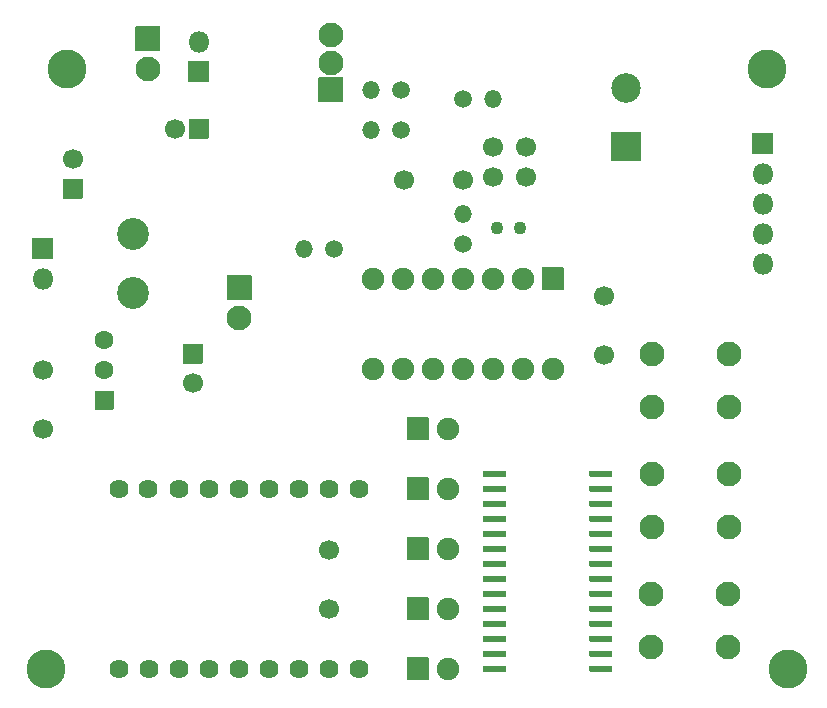
<source format=gbs>
G04 #@! TF.GenerationSoftware,KiCad,Pcbnew,(5.1.9)-1*
G04 #@! TF.CreationDate,2021-05-29T13:59:19+09:00*
G04 #@! TF.ProjectId,green_pomp4,67726565-6e5f-4706-9f6d-70342e6b6963,rev?*
G04 #@! TF.SameCoordinates,Original*
G04 #@! TF.FileFunction,Soldermask,Bot*
G04 #@! TF.FilePolarity,Negative*
%FSLAX46Y46*%
G04 Gerber Fmt 4.6, Leading zero omitted, Abs format (unit mm)*
G04 Created by KiCad (PCBNEW (5.1.9)-1) date 2021-05-29 13:59:19*
%MOMM*%
%LPD*%
G01*
G04 APERTURE LIST*
%ADD10C,1.500000*%
%ADD11O,1.500000X1.500000*%
%ADD12C,1.900000*%
%ADD13C,2.700000*%
%ADD14C,2.500000*%
%ADD15C,3.300000*%
%ADD16C,2.100000*%
%ADD17C,1.700000*%
%ADD18O,1.800000X1.800000*%
%ADD19C,1.624000*%
%ADD20C,1.100000*%
%ADD21C,1.600000*%
G04 APERTURE END LIST*
D10*
G04 #@! TO.C,R4*
X69850000Y-38100000D03*
D11*
X72390000Y-38100000D03*
G04 #@! TD*
G04 #@! TO.C,U4*
G36*
G01*
X76570000Y-52390000D02*
X78370000Y-52390000D01*
G75*
G02*
X78420000Y-52440000I0J-50000D01*
G01*
X78420000Y-54240000D01*
G75*
G02*
X78370000Y-54290000I-50000J0D01*
G01*
X76570000Y-54290000D01*
G75*
G02*
X76520000Y-54240000I0J50000D01*
G01*
X76520000Y-52440000D01*
G75*
G02*
X76570000Y-52390000I50000J0D01*
G01*
G37*
D12*
X74930000Y-53340000D03*
X72390000Y-53340000D03*
X69850000Y-53340000D03*
X67310000Y-53340000D03*
X64770000Y-53340000D03*
X62230000Y-53340000D03*
X62230000Y-60960000D03*
X64770000Y-60960000D03*
X67310000Y-60960000D03*
X69850000Y-60960000D03*
X72390000Y-60960000D03*
X74930000Y-60960000D03*
X77470000Y-60960000D03*
G04 #@! TD*
D13*
G04 #@! TO.C,L1*
X41910000Y-49530000D03*
X41910000Y-54530000D03*
G04 #@! TD*
D14*
G04 #@! TO.C,C7*
X83693000Y-37164000D03*
G36*
G01*
X84893000Y-43414000D02*
X82493000Y-43414000D01*
G75*
G02*
X82443000Y-43364000I0J50000D01*
G01*
X82443000Y-40964000D01*
G75*
G02*
X82493000Y-40914000I50000J0D01*
G01*
X84893000Y-40914000D01*
G75*
G02*
X84943000Y-40964000I0J-50000D01*
G01*
X84943000Y-43364000D01*
G75*
G02*
X84893000Y-43414000I-50000J0D01*
G01*
G37*
G04 #@! TD*
D15*
G04 #@! TO.C,M3 hole*
X95631000Y-35560000D03*
G04 #@! TD*
G04 #@! TO.C,M3 hole*
X36322000Y-35560000D03*
G04 #@! TD*
G04 #@! TO.C,M3 hole*
X34607500Y-86423500D03*
G04 #@! TD*
G04 #@! TO.C,M3 hole*
X97409000Y-86423500D03*
G04 #@! TD*
G04 #@! TO.C,D2*
G36*
G01*
X49927000Y-53052000D02*
X51927000Y-53052000D01*
G75*
G02*
X51977000Y-53102000I0J-50000D01*
G01*
X51977000Y-55102000D01*
G75*
G02*
X51927000Y-55152000I-50000J0D01*
G01*
X49927000Y-55152000D01*
G75*
G02*
X49877000Y-55102000I0J50000D01*
G01*
X49877000Y-53102000D01*
G75*
G02*
X49927000Y-53052000I50000J0D01*
G01*
G37*
D16*
X50927000Y-56642000D03*
G04 #@! TD*
G04 #@! TO.C,Q1*
G36*
G01*
X59724000Y-36338000D02*
X59724000Y-38338000D01*
G75*
G02*
X59674000Y-38388000I-50000J0D01*
G01*
X57674000Y-38388000D01*
G75*
G02*
X57624000Y-38338000I0J50000D01*
G01*
X57624000Y-36338000D01*
G75*
G02*
X57674000Y-36288000I50000J0D01*
G01*
X59674000Y-36288000D01*
G75*
G02*
X59724000Y-36338000I0J-50000D01*
G01*
G37*
X58674000Y-35038000D03*
X58674000Y-32738000D03*
G04 #@! TD*
G04 #@! TO.C,C1*
G36*
G01*
X48348000Y-39840000D02*
X48348000Y-41440000D01*
G75*
G02*
X48298000Y-41490000I-50000J0D01*
G01*
X46698000Y-41490000D01*
G75*
G02*
X46648000Y-41440000I0J50000D01*
G01*
X46648000Y-39840000D01*
G75*
G02*
X46698000Y-39790000I50000J0D01*
G01*
X48298000Y-39790000D01*
G75*
G02*
X48348000Y-39840000I0J-50000D01*
G01*
G37*
D17*
X45498000Y-40640000D03*
G04 #@! TD*
G04 #@! TO.C,C2*
G36*
G01*
X37630000Y-46570000D02*
X36030000Y-46570000D01*
G75*
G02*
X35980000Y-46520000I0J50000D01*
G01*
X35980000Y-44920000D01*
G75*
G02*
X36030000Y-44870000I50000J0D01*
G01*
X37630000Y-44870000D01*
G75*
G02*
X37680000Y-44920000I0J-50000D01*
G01*
X37680000Y-46520000D01*
G75*
G02*
X37630000Y-46570000I-50000J0D01*
G01*
G37*
X36830000Y-43220000D03*
G04 #@! TD*
G04 #@! TO.C,C5*
X34290000Y-61040000D03*
X34290000Y-66040000D03*
G04 #@! TD*
G04 #@! TO.C,C6*
G36*
G01*
X46190000Y-58840000D02*
X47790000Y-58840000D01*
G75*
G02*
X47840000Y-58890000I0J-50000D01*
G01*
X47840000Y-60490000D01*
G75*
G02*
X47790000Y-60540000I-50000J0D01*
G01*
X46190000Y-60540000D01*
G75*
G02*
X46140000Y-60490000I0J50000D01*
G01*
X46140000Y-58890000D01*
G75*
G02*
X46190000Y-58840000I50000J0D01*
G01*
G37*
X46990000Y-62190000D03*
G04 #@! TD*
G04 #@! TO.C,C8*
X58547000Y-76327000D03*
X58547000Y-81327000D03*
G04 #@! TD*
G04 #@! TO.C,C9*
X81788000Y-54817000D03*
X81788000Y-59817000D03*
G04 #@! TD*
G04 #@! TO.C,C10*
X69850000Y-44958000D03*
X64850000Y-44958000D03*
G04 #@! TD*
G04 #@! TO.C,D1*
G36*
G01*
X42180000Y-31970000D02*
X44180000Y-31970000D01*
G75*
G02*
X44230000Y-32020000I0J-50000D01*
G01*
X44230000Y-34020000D01*
G75*
G02*
X44180000Y-34070000I-50000J0D01*
G01*
X42180000Y-34070000D01*
G75*
G02*
X42130000Y-34020000I0J50000D01*
G01*
X42130000Y-32020000D01*
G75*
G02*
X42180000Y-31970000I50000J0D01*
G01*
G37*
D16*
X43180000Y-35560000D03*
G04 #@! TD*
G04 #@! TO.C,J1*
G36*
G01*
X33440000Y-49900000D02*
X35140000Y-49900000D01*
G75*
G02*
X35190000Y-49950000I0J-50000D01*
G01*
X35190000Y-51650000D01*
G75*
G02*
X35140000Y-51700000I-50000J0D01*
G01*
X33440000Y-51700000D01*
G75*
G02*
X33390000Y-51650000I0J50000D01*
G01*
X33390000Y-49950000D01*
G75*
G02*
X33440000Y-49900000I50000J0D01*
G01*
G37*
D18*
X34290000Y-53340000D03*
G04 #@! TD*
G04 #@! TO.C,J2*
G36*
G01*
X48398000Y-34964000D02*
X48398000Y-36664000D01*
G75*
G02*
X48348000Y-36714000I-50000J0D01*
G01*
X46648000Y-36714000D01*
G75*
G02*
X46598000Y-36664000I0J50000D01*
G01*
X46598000Y-34964000D01*
G75*
G02*
X46648000Y-34914000I50000J0D01*
G01*
X48348000Y-34914000D01*
G75*
G02*
X48398000Y-34964000I0J-50000D01*
G01*
G37*
X47498000Y-33274000D03*
G04 #@! TD*
G04 #@! TO.C,J3*
G36*
G01*
X94350000Y-42760000D02*
X94350000Y-41060000D01*
G75*
G02*
X94400000Y-41010000I50000J0D01*
G01*
X96100000Y-41010000D01*
G75*
G02*
X96150000Y-41060000I0J-50000D01*
G01*
X96150000Y-42760000D01*
G75*
G02*
X96100000Y-42810000I-50000J0D01*
G01*
X94400000Y-42810000D01*
G75*
G02*
X94350000Y-42760000I0J50000D01*
G01*
G37*
X95250000Y-44450000D03*
X95250000Y-46990000D03*
X95250000Y-49530000D03*
X95250000Y-52070000D03*
G04 #@! TD*
G04 #@! TO.C,LED1*
G36*
G01*
X65090000Y-66940000D02*
X65090000Y-65140000D01*
G75*
G02*
X65140000Y-65090000I50000J0D01*
G01*
X66940000Y-65090000D01*
G75*
G02*
X66990000Y-65140000I0J-50000D01*
G01*
X66990000Y-66940000D01*
G75*
G02*
X66940000Y-66990000I-50000J0D01*
G01*
X65140000Y-66990000D01*
G75*
G02*
X65090000Y-66940000I0J50000D01*
G01*
G37*
D12*
X68580000Y-66040000D03*
G04 #@! TD*
G04 #@! TO.C,LED2*
G36*
G01*
X65090000Y-72020000D02*
X65090000Y-70220000D01*
G75*
G02*
X65140000Y-70170000I50000J0D01*
G01*
X66940000Y-70170000D01*
G75*
G02*
X66990000Y-70220000I0J-50000D01*
G01*
X66990000Y-72020000D01*
G75*
G02*
X66940000Y-72070000I-50000J0D01*
G01*
X65140000Y-72070000D01*
G75*
G02*
X65090000Y-72020000I0J50000D01*
G01*
G37*
X68580000Y-71120000D03*
G04 #@! TD*
G04 #@! TO.C,LED3*
X68580000Y-76200000D03*
G36*
G01*
X65090000Y-77100000D02*
X65090000Y-75300000D01*
G75*
G02*
X65140000Y-75250000I50000J0D01*
G01*
X66940000Y-75250000D01*
G75*
G02*
X66990000Y-75300000I0J-50000D01*
G01*
X66990000Y-77100000D01*
G75*
G02*
X66940000Y-77150000I-50000J0D01*
G01*
X65140000Y-77150000D01*
G75*
G02*
X65090000Y-77100000I0J50000D01*
G01*
G37*
G04 #@! TD*
G04 #@! TO.C,LED4*
X68580000Y-81280000D03*
G36*
G01*
X65090000Y-82180000D02*
X65090000Y-80380000D01*
G75*
G02*
X65140000Y-80330000I50000J0D01*
G01*
X66940000Y-80330000D01*
G75*
G02*
X66990000Y-80380000I0J-50000D01*
G01*
X66990000Y-82180000D01*
G75*
G02*
X66940000Y-82230000I-50000J0D01*
G01*
X65140000Y-82230000D01*
G75*
G02*
X65090000Y-82180000I0J50000D01*
G01*
G37*
G04 #@! TD*
G04 #@! TO.C,LED5*
G36*
G01*
X65090000Y-87260000D02*
X65090000Y-85460000D01*
G75*
G02*
X65140000Y-85410000I50000J0D01*
G01*
X66940000Y-85410000D01*
G75*
G02*
X66990000Y-85460000I0J-50000D01*
G01*
X66990000Y-87260000D01*
G75*
G02*
X66940000Y-87310000I-50000J0D01*
G01*
X65140000Y-87310000D01*
G75*
G02*
X65090000Y-87260000I0J50000D01*
G01*
G37*
X68580000Y-86360000D03*
G04 #@! TD*
D11*
G04 #@! TO.C,R1*
X62103000Y-37338000D03*
D10*
X64643000Y-37338000D03*
G04 #@! TD*
G04 #@! TO.C,R2*
X64643000Y-40767000D03*
D11*
X62103000Y-40767000D03*
G04 #@! TD*
G04 #@! TO.C,R5*
X56388000Y-50800000D03*
D10*
X58928000Y-50800000D03*
G04 #@! TD*
G04 #@! TO.C,R6*
X69850000Y-50419000D03*
D11*
X69850000Y-47879000D03*
G04 #@! TD*
D16*
G04 #@! TO.C,SW1*
X85915500Y-64190000D03*
X85915500Y-59690000D03*
X92415500Y-64190000D03*
X92415500Y-59690000D03*
G04 #@! TD*
G04 #@! TO.C,SW2*
X92415500Y-69850000D03*
X92415500Y-74350000D03*
X85915500Y-69850000D03*
X85915500Y-74350000D03*
G04 #@! TD*
G04 #@! TO.C,SW3*
X85788500Y-84510000D03*
X85788500Y-80010000D03*
X92288500Y-84510000D03*
X92288500Y-80010000D03*
G04 #@! TD*
D19*
G04 #@! TO.C,U1*
X50927000Y-71120000D03*
X48387000Y-71120000D03*
X45847000Y-71120000D03*
X43180000Y-71120000D03*
X40767000Y-71120000D03*
X53467000Y-71120000D03*
X56007000Y-71120000D03*
X58547000Y-71120000D03*
X61087000Y-71120000D03*
X50927000Y-86360000D03*
X48387000Y-86360000D03*
X45847000Y-86360000D03*
X43307000Y-86360000D03*
X40767000Y-86360000D03*
X53467000Y-86360000D03*
X56007000Y-86360000D03*
X58547000Y-86360000D03*
X61087000Y-86360000D03*
G04 #@! TD*
G04 #@! TO.C,U3*
G36*
G01*
X82519000Y-69650000D02*
X82519000Y-70050000D01*
G75*
G02*
X82469000Y-70100000I-50000J0D01*
G01*
X80599000Y-70100000D01*
G75*
G02*
X80549000Y-70050000I0J50000D01*
G01*
X80549000Y-69650000D01*
G75*
G02*
X80599000Y-69600000I50000J0D01*
G01*
X82469000Y-69600000D01*
G75*
G02*
X82519000Y-69650000I0J-50000D01*
G01*
G37*
G36*
G01*
X82519000Y-70920000D02*
X82519000Y-71320000D01*
G75*
G02*
X82469000Y-71370000I-50000J0D01*
G01*
X80599000Y-71370000D01*
G75*
G02*
X80549000Y-71320000I0J50000D01*
G01*
X80549000Y-70920000D01*
G75*
G02*
X80599000Y-70870000I50000J0D01*
G01*
X82469000Y-70870000D01*
G75*
G02*
X82519000Y-70920000I0J-50000D01*
G01*
G37*
G36*
G01*
X82519000Y-72190000D02*
X82519000Y-72590000D01*
G75*
G02*
X82469000Y-72640000I-50000J0D01*
G01*
X80599000Y-72640000D01*
G75*
G02*
X80549000Y-72590000I0J50000D01*
G01*
X80549000Y-72190000D01*
G75*
G02*
X80599000Y-72140000I50000J0D01*
G01*
X82469000Y-72140000D01*
G75*
G02*
X82519000Y-72190000I0J-50000D01*
G01*
G37*
G36*
G01*
X82519000Y-73460000D02*
X82519000Y-73860000D01*
G75*
G02*
X82469000Y-73910000I-50000J0D01*
G01*
X80599000Y-73910000D01*
G75*
G02*
X80549000Y-73860000I0J50000D01*
G01*
X80549000Y-73460000D01*
G75*
G02*
X80599000Y-73410000I50000J0D01*
G01*
X82469000Y-73410000D01*
G75*
G02*
X82519000Y-73460000I0J-50000D01*
G01*
G37*
G36*
G01*
X82519000Y-74730000D02*
X82519000Y-75130000D01*
G75*
G02*
X82469000Y-75180000I-50000J0D01*
G01*
X80599000Y-75180000D01*
G75*
G02*
X80549000Y-75130000I0J50000D01*
G01*
X80549000Y-74730000D01*
G75*
G02*
X80599000Y-74680000I50000J0D01*
G01*
X82469000Y-74680000D01*
G75*
G02*
X82519000Y-74730000I0J-50000D01*
G01*
G37*
G36*
G01*
X82519000Y-76000000D02*
X82519000Y-76400000D01*
G75*
G02*
X82469000Y-76450000I-50000J0D01*
G01*
X80599000Y-76450000D01*
G75*
G02*
X80549000Y-76400000I0J50000D01*
G01*
X80549000Y-76000000D01*
G75*
G02*
X80599000Y-75950000I50000J0D01*
G01*
X82469000Y-75950000D01*
G75*
G02*
X82519000Y-76000000I0J-50000D01*
G01*
G37*
G36*
G01*
X82519000Y-77270000D02*
X82519000Y-77670000D01*
G75*
G02*
X82469000Y-77720000I-50000J0D01*
G01*
X80599000Y-77720000D01*
G75*
G02*
X80549000Y-77670000I0J50000D01*
G01*
X80549000Y-77270000D01*
G75*
G02*
X80599000Y-77220000I50000J0D01*
G01*
X82469000Y-77220000D01*
G75*
G02*
X82519000Y-77270000I0J-50000D01*
G01*
G37*
G36*
G01*
X82519000Y-78540000D02*
X82519000Y-78940000D01*
G75*
G02*
X82469000Y-78990000I-50000J0D01*
G01*
X80599000Y-78990000D01*
G75*
G02*
X80549000Y-78940000I0J50000D01*
G01*
X80549000Y-78540000D01*
G75*
G02*
X80599000Y-78490000I50000J0D01*
G01*
X82469000Y-78490000D01*
G75*
G02*
X82519000Y-78540000I0J-50000D01*
G01*
G37*
G36*
G01*
X82519000Y-79810000D02*
X82519000Y-80210000D01*
G75*
G02*
X82469000Y-80260000I-50000J0D01*
G01*
X80599000Y-80260000D01*
G75*
G02*
X80549000Y-80210000I0J50000D01*
G01*
X80549000Y-79810000D01*
G75*
G02*
X80599000Y-79760000I50000J0D01*
G01*
X82469000Y-79760000D01*
G75*
G02*
X82519000Y-79810000I0J-50000D01*
G01*
G37*
G36*
G01*
X82519000Y-81080000D02*
X82519000Y-81480000D01*
G75*
G02*
X82469000Y-81530000I-50000J0D01*
G01*
X80599000Y-81530000D01*
G75*
G02*
X80549000Y-81480000I0J50000D01*
G01*
X80549000Y-81080000D01*
G75*
G02*
X80599000Y-81030000I50000J0D01*
G01*
X82469000Y-81030000D01*
G75*
G02*
X82519000Y-81080000I0J-50000D01*
G01*
G37*
G36*
G01*
X82519000Y-82350000D02*
X82519000Y-82750000D01*
G75*
G02*
X82469000Y-82800000I-50000J0D01*
G01*
X80599000Y-82800000D01*
G75*
G02*
X80549000Y-82750000I0J50000D01*
G01*
X80549000Y-82350000D01*
G75*
G02*
X80599000Y-82300000I50000J0D01*
G01*
X82469000Y-82300000D01*
G75*
G02*
X82519000Y-82350000I0J-50000D01*
G01*
G37*
G36*
G01*
X82519000Y-83620000D02*
X82519000Y-84020000D01*
G75*
G02*
X82469000Y-84070000I-50000J0D01*
G01*
X80599000Y-84070000D01*
G75*
G02*
X80549000Y-84020000I0J50000D01*
G01*
X80549000Y-83620000D01*
G75*
G02*
X80599000Y-83570000I50000J0D01*
G01*
X82469000Y-83570000D01*
G75*
G02*
X82519000Y-83620000I0J-50000D01*
G01*
G37*
G36*
G01*
X82519000Y-84890000D02*
X82519000Y-85290000D01*
G75*
G02*
X82469000Y-85340000I-50000J0D01*
G01*
X80599000Y-85340000D01*
G75*
G02*
X80549000Y-85290000I0J50000D01*
G01*
X80549000Y-84890000D01*
G75*
G02*
X80599000Y-84840000I50000J0D01*
G01*
X82469000Y-84840000D01*
G75*
G02*
X82519000Y-84890000I0J-50000D01*
G01*
G37*
G36*
G01*
X82519000Y-86160000D02*
X82519000Y-86560000D01*
G75*
G02*
X82469000Y-86610000I-50000J0D01*
G01*
X80599000Y-86610000D01*
G75*
G02*
X80549000Y-86560000I0J50000D01*
G01*
X80549000Y-86160000D01*
G75*
G02*
X80599000Y-86110000I50000J0D01*
G01*
X82469000Y-86110000D01*
G75*
G02*
X82519000Y-86160000I0J-50000D01*
G01*
G37*
G36*
G01*
X73519000Y-86160000D02*
X73519000Y-86560000D01*
G75*
G02*
X73469000Y-86610000I-50000J0D01*
G01*
X71599000Y-86610000D01*
G75*
G02*
X71549000Y-86560000I0J50000D01*
G01*
X71549000Y-86160000D01*
G75*
G02*
X71599000Y-86110000I50000J0D01*
G01*
X73469000Y-86110000D01*
G75*
G02*
X73519000Y-86160000I0J-50000D01*
G01*
G37*
G36*
G01*
X73519000Y-84890000D02*
X73519000Y-85290000D01*
G75*
G02*
X73469000Y-85340000I-50000J0D01*
G01*
X71599000Y-85340000D01*
G75*
G02*
X71549000Y-85290000I0J50000D01*
G01*
X71549000Y-84890000D01*
G75*
G02*
X71599000Y-84840000I50000J0D01*
G01*
X73469000Y-84840000D01*
G75*
G02*
X73519000Y-84890000I0J-50000D01*
G01*
G37*
G36*
G01*
X73519000Y-83620000D02*
X73519000Y-84020000D01*
G75*
G02*
X73469000Y-84070000I-50000J0D01*
G01*
X71599000Y-84070000D01*
G75*
G02*
X71549000Y-84020000I0J50000D01*
G01*
X71549000Y-83620000D01*
G75*
G02*
X71599000Y-83570000I50000J0D01*
G01*
X73469000Y-83570000D01*
G75*
G02*
X73519000Y-83620000I0J-50000D01*
G01*
G37*
G36*
G01*
X73519000Y-82350000D02*
X73519000Y-82750000D01*
G75*
G02*
X73469000Y-82800000I-50000J0D01*
G01*
X71599000Y-82800000D01*
G75*
G02*
X71549000Y-82750000I0J50000D01*
G01*
X71549000Y-82350000D01*
G75*
G02*
X71599000Y-82300000I50000J0D01*
G01*
X73469000Y-82300000D01*
G75*
G02*
X73519000Y-82350000I0J-50000D01*
G01*
G37*
G36*
G01*
X73519000Y-81080000D02*
X73519000Y-81480000D01*
G75*
G02*
X73469000Y-81530000I-50000J0D01*
G01*
X71599000Y-81530000D01*
G75*
G02*
X71549000Y-81480000I0J50000D01*
G01*
X71549000Y-81080000D01*
G75*
G02*
X71599000Y-81030000I50000J0D01*
G01*
X73469000Y-81030000D01*
G75*
G02*
X73519000Y-81080000I0J-50000D01*
G01*
G37*
G36*
G01*
X73519000Y-79810000D02*
X73519000Y-80210000D01*
G75*
G02*
X73469000Y-80260000I-50000J0D01*
G01*
X71599000Y-80260000D01*
G75*
G02*
X71549000Y-80210000I0J50000D01*
G01*
X71549000Y-79810000D01*
G75*
G02*
X71599000Y-79760000I50000J0D01*
G01*
X73469000Y-79760000D01*
G75*
G02*
X73519000Y-79810000I0J-50000D01*
G01*
G37*
G36*
G01*
X73519000Y-78540000D02*
X73519000Y-78940000D01*
G75*
G02*
X73469000Y-78990000I-50000J0D01*
G01*
X71599000Y-78990000D01*
G75*
G02*
X71549000Y-78940000I0J50000D01*
G01*
X71549000Y-78540000D01*
G75*
G02*
X71599000Y-78490000I50000J0D01*
G01*
X73469000Y-78490000D01*
G75*
G02*
X73519000Y-78540000I0J-50000D01*
G01*
G37*
G36*
G01*
X73519000Y-77270000D02*
X73519000Y-77670000D01*
G75*
G02*
X73469000Y-77720000I-50000J0D01*
G01*
X71599000Y-77720000D01*
G75*
G02*
X71549000Y-77670000I0J50000D01*
G01*
X71549000Y-77270000D01*
G75*
G02*
X71599000Y-77220000I50000J0D01*
G01*
X73469000Y-77220000D01*
G75*
G02*
X73519000Y-77270000I0J-50000D01*
G01*
G37*
G36*
G01*
X73519000Y-76000000D02*
X73519000Y-76400000D01*
G75*
G02*
X73469000Y-76450000I-50000J0D01*
G01*
X71599000Y-76450000D01*
G75*
G02*
X71549000Y-76400000I0J50000D01*
G01*
X71549000Y-76000000D01*
G75*
G02*
X71599000Y-75950000I50000J0D01*
G01*
X73469000Y-75950000D01*
G75*
G02*
X73519000Y-76000000I0J-50000D01*
G01*
G37*
G36*
G01*
X73519000Y-74730000D02*
X73519000Y-75130000D01*
G75*
G02*
X73469000Y-75180000I-50000J0D01*
G01*
X71599000Y-75180000D01*
G75*
G02*
X71549000Y-75130000I0J50000D01*
G01*
X71549000Y-74730000D01*
G75*
G02*
X71599000Y-74680000I50000J0D01*
G01*
X73469000Y-74680000D01*
G75*
G02*
X73519000Y-74730000I0J-50000D01*
G01*
G37*
G36*
G01*
X73519000Y-73460000D02*
X73519000Y-73860000D01*
G75*
G02*
X73469000Y-73910000I-50000J0D01*
G01*
X71599000Y-73910000D01*
G75*
G02*
X71549000Y-73860000I0J50000D01*
G01*
X71549000Y-73460000D01*
G75*
G02*
X71599000Y-73410000I50000J0D01*
G01*
X73469000Y-73410000D01*
G75*
G02*
X73519000Y-73460000I0J-50000D01*
G01*
G37*
G36*
G01*
X73519000Y-72190000D02*
X73519000Y-72590000D01*
G75*
G02*
X73469000Y-72640000I-50000J0D01*
G01*
X71599000Y-72640000D01*
G75*
G02*
X71549000Y-72590000I0J50000D01*
G01*
X71549000Y-72190000D01*
G75*
G02*
X71599000Y-72140000I50000J0D01*
G01*
X73469000Y-72140000D01*
G75*
G02*
X73519000Y-72190000I0J-50000D01*
G01*
G37*
G36*
G01*
X73519000Y-70920000D02*
X73519000Y-71320000D01*
G75*
G02*
X73469000Y-71370000I-50000J0D01*
G01*
X71599000Y-71370000D01*
G75*
G02*
X71549000Y-71320000I0J50000D01*
G01*
X71549000Y-70920000D01*
G75*
G02*
X71599000Y-70870000I50000J0D01*
G01*
X73469000Y-70870000D01*
G75*
G02*
X73519000Y-70920000I0J-50000D01*
G01*
G37*
G36*
G01*
X73519000Y-69650000D02*
X73519000Y-70050000D01*
G75*
G02*
X73469000Y-70100000I-50000J0D01*
G01*
X71599000Y-70100000D01*
G75*
G02*
X71549000Y-70050000I0J50000D01*
G01*
X71549000Y-69650000D01*
G75*
G02*
X71599000Y-69600000I50000J0D01*
G01*
X73469000Y-69600000D01*
G75*
G02*
X73519000Y-69650000I0J-50000D01*
G01*
G37*
G04 #@! TD*
D20*
G04 #@! TO.C,Y1*
X74676000Y-49022000D03*
X72776000Y-49022000D03*
G04 #@! TD*
D21*
G04 #@! TO.C,U2*
X39497000Y-61087000D03*
X39497000Y-58547000D03*
G36*
G01*
X40247000Y-64427000D02*
X38747000Y-64427000D01*
G75*
G02*
X38697000Y-64377000I0J50000D01*
G01*
X38697000Y-62877000D01*
G75*
G02*
X38747000Y-62827000I50000J0D01*
G01*
X40247000Y-62827000D01*
G75*
G02*
X40297000Y-62877000I0J-50000D01*
G01*
X40297000Y-64377000D01*
G75*
G02*
X40247000Y-64427000I-50000J0D01*
G01*
G37*
G04 #@! TD*
D17*
G04 #@! TO.C,C3*
X75184000Y-44704000D03*
X75184000Y-42204000D03*
G04 #@! TD*
G04 #@! TO.C,C4*
X72390000Y-42204000D03*
X72390000Y-44704000D03*
G04 #@! TD*
M02*

</source>
